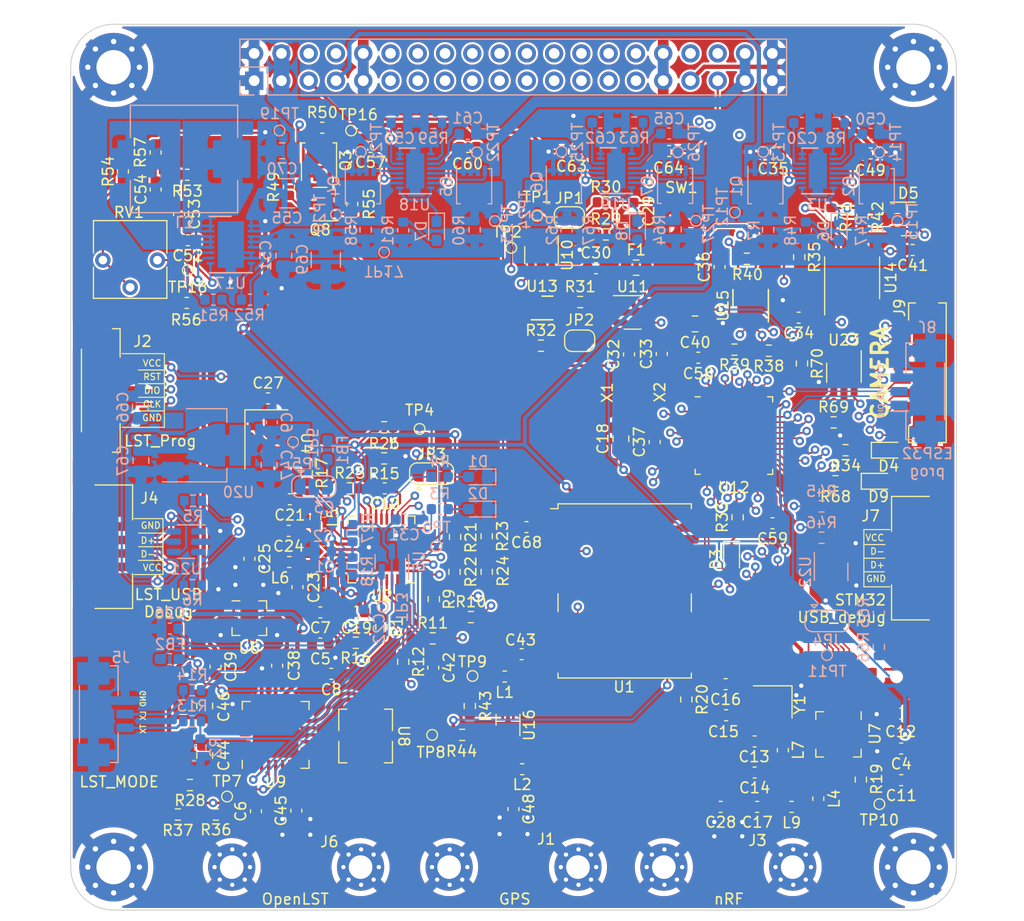
<source format=kicad_pcb>
(kicad_pcb (version 20211014) (generator pcbnew)

  (general
    (thickness 4.69)
  )

  (paper "A4")
  (layers
    (0 "F.Cu" signal)
    (1 "In1.Cu" signal)
    (2 "In2.Cu" signal)
    (31 "B.Cu" signal)
    (32 "B.Adhes" user "B.Adhesive")
    (33 "F.Adhes" user "F.Adhesive")
    (34 "B.Paste" user)
    (35 "F.Paste" user)
    (36 "B.SilkS" user "B.Silkscreen")
    (37 "F.SilkS" user "F.Silkscreen")
    (38 "B.Mask" user)
    (39 "F.Mask" user)
    (40 "Dwgs.User" user "User.Drawings")
    (41 "Cmts.User" user "User.Comments")
    (42 "Eco1.User" user "User.Eco1")
    (43 "Eco2.User" user "User.Eco2")
    (44 "Edge.Cuts" user)
    (45 "Margin" user)
    (46 "B.CrtYd" user "B.Courtyard")
    (47 "F.CrtYd" user "F.Courtyard")
    (48 "B.Fab" user)
    (49 "F.Fab" user)
    (50 "User.1" user)
    (51 "User.2" user)
    (52 "User.3" user)
    (53 "User.4" user)
    (54 "User.5" user)
    (55 "User.6" user)
    (56 "User.7" user)
    (57 "User.8" user)
    (58 "User.9" user)
  )

  (setup
    (stackup
      (layer "F.SilkS" (type "Top Silk Screen"))
      (layer "F.Paste" (type "Top Solder Paste"))
      (layer "F.Mask" (type "Top Solder Mask") (thickness 0.01))
      (layer "F.Cu" (type "copper") (thickness 0.035))
      (layer "dielectric 1" (type "core") (thickness 1.51) (material "FR4") (epsilon_r 4.5) (loss_tangent 0.02))
      (layer "In1.Cu" (type "copper") (thickness 0.035))
      (layer "dielectric 2" (type "prepreg") (thickness 1.51) (material "FR4") (epsilon_r 4.5) (loss_tangent 0.02))
      (layer "In2.Cu" (type "copper") (thickness 0.035))
      (layer "dielectric 3" (type "core") (thickness 1.51) (material "FR4") (epsilon_r 4.5) (loss_tangent 0.02))
      (layer "B.Cu" (type "copper") (thickness 0.035))
      (layer "B.Mask" (type "Bottom Solder Mask") (thickness 0.01))
      (layer "B.Paste" (type "Bottom Solder Paste"))
      (layer "B.SilkS" (type "Bottom Silk Screen"))
      (copper_finish "None")
      (dielectric_constraints no)
    )
    (pad_to_mask_clearance 0)
    (pcbplotparams
      (layerselection 0x00010fc_ffffffff)
      (disableapertmacros false)
      (usegerberextensions false)
      (usegerberattributes true)
      (usegerberadvancedattributes true)
      (creategerberjobfile true)
      (svguseinch false)
      (svgprecision 6)
      (excludeedgelayer true)
      (plotframeref false)
      (viasonmask false)
      (mode 1)
      (useauxorigin false)
      (hpglpennumber 1)
      (hpglpenspeed 20)
      (hpglpendiameter 15.000000)
      (dxfpolygonmode true)
      (dxfimperialunits true)
      (dxfusepcbnewfont true)
      (psnegative false)
      (psa4output false)
      (plotreference true)
      (plotvalue true)
      (plotinvisibletext false)
      (sketchpadsonfab false)
      (subtractmaskfromsilk false)
      (outputformat 1)
      (mirror false)
      (drillshape 1)
      (scaleselection 1)
      (outputdirectory "")
    )
  )

  (net 0 "")
  (net 1 "Net-(C1-Pad1)")
  (net 2 "GND")
  (net 3 "+3V3")
  (net 4 "/OpenLST (Beacon)/PA_VAPC")
  (net 5 "+3V8")
  (net 6 "/OpenLST (Beacon)/VDD_USB_LST")
  (net 7 "Net-(C12-Pad1)")
  (net 8 "Net-(C13-Pad2)")
  (net 9 "Net-(C15-Pad1)")
  (net 10 "Net-(C16-Pad1)")
  (net 11 "Net-(C17-Pad1)")
  (net 12 "Net-(C17-Pad2)")
  (net 13 "/MCU/MCU_POWER")
  (net 14 "Net-(C19-Pad1)")
  (net 15 "/3V3 power share/VCC_EN")
  (net 16 "Net-(C21-Pad2)")
  (net 17 "Net-(C22-Pad1)")
  (net 18 "Net-(C23-Pad2)")
  (net 19 "Net-(C24-Pad1)")
  (net 20 "Net-(C24-Pad2)")
  (net 21 "Net-(C25-Pad2)")
  (net 22 "Net-(C26-Pad1)")
  (net 23 "Net-(C29-Pad1)")
  (net 24 "/3V3 power share/EPS#1")
  (net 25 "Net-(C35-Pad2)")
  (net 26 "Net-(C38-Pad1)")
  (net 27 "Net-(C38-Pad2)")
  (net 28 "Net-(C39-Pad1)")
  (net 29 "Net-(C39-Pad2)")
  (net 30 "/MCU/VREF")
  (net 31 "Net-(C42-Pad1)")
  (net 32 "Net-(C43-Pad1)")
  (net 33 "Net-(C43-Pad2)")
  (net 34 "Net-(C45-Pad1)")
  (net 35 "Net-(C45-Pad2)")
  (net 36 "Net-(C48-Pad1)")
  (net 37 "Net-(C48-Pad2)")
  (net 38 "Net-(C49-Pad1)")
  (net 39 "/3V3 power share/EPS#2")
  (net 40 "Net-(C50-Pad1)")
  (net 41 "VIN")
  (net 42 "Net-(C52-Pad1)")
  (net 43 "Net-(C52-Pad2)")
  (net 44 "Net-(C53-Pad1)")
  (net 45 "Net-(C54-Pad1)")
  (net 46 "/Power Convertor/VBAT1/VCC_EN")
  (net 47 "/Power Convertor/EPS#1_VBAT")
  (net 48 "Net-(C57-Pad2)")
  (net 49 "Net-(C60-Pad1)")
  (net 50 "/Power Convertor/EPS#2_VBAT")
  (net 51 "Net-(C61-Pad1)")
  (net 52 "/5V power share/VCC_EN")
  (net 53 "/5V power share/EPS#1")
  (net 54 "Net-(C63-Pad2)")
  (net 55 "Net-(C64-Pad1)")
  (net 56 "/5V power share/EPS#2")
  (net 57 "Net-(C65-Pad1)")
  (net 58 "/OpenLST (Beacon)/USB_POWER_LST")
  (net 59 "Net-(D1-Pad2)")
  (net 60 "Net-(D2-Pad2)")
  (net 61 "Net-(D3-Pad1)")
  (net 62 "Net-(D4-Pad1)")
  (net 63 "/MCU/CAN_L")
  (net 64 "/MCU/CAN_H")
  (net 65 "Net-(D6-Pad1)")
  (net 66 "Net-(D6-Pad2)")
  (net 67 "Net-(D7-Pad1)")
  (net 68 "Net-(D7-Pad2)")
  (net 69 "Net-(D8-Pad1)")
  (net 70 "Net-(D8-Pad2)")
  (net 71 "Net-(D9-Pad1)")
  (net 72 "Net-(F1-Pad2)")
  (net 73 "Net-(FB1-Pad1)")
  (net 74 "/OpenLST (Beacon)/PROG_DD")
  (net 75 "/OpenLST (Beacon)/PROG_DC")
  (net 76 "/OpenLST (Beacon)/~{LST_RESET}")
  (net 77 "/MCU/USB_POWER")
  (net 78 "/MCU/SWCLK")
  (net 79 "/MCU/SWDIO")
  (net 80 "/MCU/QSPI_D1{slash}CAM_CSN")
  (net 81 "/MCU/QSPI_D2{slash}CAM_MOSI")
  (net 82 "/MCU/QSPI_D3{slash}CAM_MISO")
  (net 83 "/MCU/LED1_QSPI")
  (net 84 "+5V")
  (net 85 "/I2C_SDA")
  (net 86 "/I2C_SCL")
  (net 87 "unconnected-(J12-Pad6)")
  (net 88 "unconnected-(J12-Pad8)")
  (net 89 "unconnected-(J12-Pad11)")
  (net 90 "unconnected-(J12-Pad12)")
  (net 91 "unconnected-(J12-Pad13)")
  (net 92 "unconnected-(J12-Pad14)")
  (net 93 "unconnected-(J12-Pad15)")
  (net 94 "unconnected-(J12-Pad16)")
  (net 95 "unconnected-(J12-Pad17)")
  (net 96 "unconnected-(J12-Pad18)")
  (net 97 "/MCU/RS_485_~{B}")
  (net 98 "/MCU/RS_485_A")
  (net 99 "unconnected-(J12-Pad23)")
  (net 100 "unconnected-(J12-Pad24)")
  (net 101 "/MCU/LED1_CAM")
  (net 102 "/MCU/QSPI_SCK")
  (net 103 "/MCU/QSPI_NCS")
  (net 104 "unconnected-(J12-Pad34)")
  (net 105 "unconnected-(J12-Pad36)")
  (net 106 "Net-(JP1-Pad1)")
  (net 107 "/MCU/NRST")
  (net 108 "Net-(JP2-Pad1)")
  (net 109 "Net-(JP2-Pad2)")
  (net 110 "/OpenLST (Beacon)/RF_EN")
  (net 111 "/OpenLST (Beacon)/RF_EN_MCU")
  (net 112 "/OpenLST (Beacon)/RF_PWR_EN")
  (net 113 "Net-(JP4-Pad3)")
  (net 114 "/MCU/VDD_USB")
  (net 115 "Net-(L3-Pad1)")
  (net 116 "Net-(L3-Pad2)")
  (net 117 "Net-(L4-Pad1)")
  (net 118 "Net-(L4-Pad2)")
  (net 119 "Net-(Q1-Pad5)")
  (net 120 "Net-(Q1-Pad4)")
  (net 121 "Net-(Q2-Pad4)")
  (net 122 "Net-(Q2-Pad5)")
  (net 123 "Net-(Q3-Pad4)")
  (net 124 "Net-(Q3-Pad5)")
  (net 125 "Net-(Q4-Pad5)")
  (net 126 "Net-(Q4-Pad4)")
  (net 127 "Net-(Q5-Pad4)")
  (net 128 "Net-(Q5-Pad5)")
  (net 129 "Net-(Q6-Pad5)")
  (net 130 "Net-(Q6-Pad4)")
  (net 131 "Net-(Q7-Pad4)")
  (net 132 "Net-(Q7-Pad5)")
  (net 133 "/OpenLST (Beacon)/~{LST_RX_MODE}")
  (net 134 "/OpenLST (Beacon)/LST_TX_MODE")
  (net 135 "Net-(R3-Pad2)")
  (net 136 "Net-(R4-Pad2)")
  (net 137 "Net-(R5-Pad1)")
  (net 138 "/OpenLST (Beacon)/USB_N")
  (net 139 "/OpenLST (Beacon)/USB_P")
  (net 140 "Net-(R6-Pad2)")
  (net 141 "Net-(R8-Pad2)")
  (net 142 "Net-(R9-Pad1)")
  (net 143 "/OpenLST (Beacon)/UART0_CTS")
  (net 144 "Net-(R10-Pad1)")
  (net 145 "/OpenLST (Beacon)/UART0_RTS")
  (net 146 "Net-(R11-Pad1)")
  (net 147 "/OpenLST (Beacon)/UART0_RX")
  (net 148 "Net-(R12-Pad1)")
  (net 149 "/OpenLST (Beacon)/UART0_TX")
  (net 150 "Net-(R15-Pad2)")
  (net 151 "Net-(R16-Pad2)")
  (net 152 "Net-(R17-Pad1)")
  (net 153 "Net-(R17-Pad2)")
  (net 154 "Net-(R19-Pad2)")
  (net 155 "/OpenLST (Beacon)/AN0")
  (net 156 "/OpenLST (Beacon)/AN1")
  (net 157 "Net-(R25-Pad2)")
  (net 158 "/OpenLST (Beacon)/RF_BYP")
  (net 159 "Net-(R32-Pad1)")
  (net 160 "/MCU/LED2")
  (net 161 "/MCU/CAN_RS")
  (net 162 "/MCU/RS_485_R_EN")
  (net 163 "/MCU/RS_485_T_EN")
  (net 164 "Net-(R43-Pad2)")
  (net 165 "Net-(R44-Pad1)")
  (net 166 "Net-(R44-Pad2)")
  (net 167 "Net-(R45-Pad1)")
  (net 168 "/MCU/USB_N")
  (net 169 "/MCU/USB_P")
  (net 170 "Net-(R46-Pad2)")
  (net 171 "Net-(R51-Pad2)")
  (net 172 "Net-(R52-Pad1)")
  (net 173 "Net-(R54-Pad2)")
  (net 174 "Net-(R59-Pad2)")
  (net 175 "Net-(R63-Pad2)")
  (net 176 "unconnected-(U1-Pad1)")
  (net 177 "unconnected-(U1-Pad3)")
  (net 178 "/GPS Module/IRQ")
  (net 179 "unconnected-(U1-Pad5)")
  (net 180 "unconnected-(U1-Pad6)")
  (net 181 "/GPS Module/RESET")
  (net 182 "unconnected-(U1-Pad15)")
  (net 183 "unconnected-(U1-Pad16)")
  (net 184 "unconnected-(U1-Pad17)")
  (net 185 "/GPS Module/TXD")
  (net 186 "/GPS Module/RXD")
  (net 187 "unconnected-(U2-Pad8)")
  (net 188 "unconnected-(U2-Pad18)")
  (net 189 "unconnected-(U2-Pad20)")
  (net 190 "/MCU/NRF_CE")
  (net 191 "/MCU/NRF_SPI_CSN")
  (net 192 "/MCU/NRF_SPI_SCK")
  (net 193 "/MCU/NRF_SPI_MOSI")
  (net 194 "/MCU/NRF_SPI_MISO")
  (net 195 "/MCU/NRF_IRQ")
  (net 196 "Net-(U8-Pad2)")
  (net 197 "Net-(U8-Pad6)")
  (net 198 "unconnected-(U9-Pad14)")
  (net 199 "unconnected-(U9-Pad16)")
  (net 200 "unconnected-(U9-Pad25)")
  (net 201 "unconnected-(U10-Pad3)")
  (net 202 "/MCU/WDG_RESET")
  (net 203 "unconnected-(U11-Pad3)")
  (net 204 "unconnected-(U12-Pad1)")
  (net 205 "/MCU/LSE")
  (net 206 "/MCU/HSE")
  (net 207 "/MCU/CAN_RX")
  (net 208 "/MCU/CAN_TX")
  (net 209 "unconnected-(U13-Pad3)")
  (net 210 "/MCU/RS_485_R")
  (net 211 "/MCU/RS_485_T")
  (net 212 "unconnected-(U15-Pad7)")
  (net 213 "unconnected-(X1-Pad1)")
  (net 214 "unconnected-(U6-Pad4)")
  (net 215 "/camera/CAM_VCC")
  (net 216 "Net-(R70-Pad1)")
  (net 217 "Net-(J4-Pad2)")
  (net 218 "Net-(J4-Pad3)")
  (net 219 "Net-(J5-Pad1)")
  (net 220 "Net-(J5-Pad2)")
  (net 221 "Net-(U22-Pad4)")
  (net 222 "Net-(U22-Pad6)")

  (footprint "Capacitor_SMD:C_0805_2012Metric_Pad1.18x1.45mm_HandSolder" (layer "F.Cu") (at 143.1544 71.9044))

  (footprint "TCY_Buttons:KMT031NGJLHS" (layer "F.Cu") (at 141.8844 61.5881))

  (footprint "Resistor_SMD:R_0603_1608Metric" (layer "F.Cu") (at 98.5276 117.602))

  (footprint "Resistor_SMD:R_0603_1608Metric" (layer "F.Cu") (at 158.75 61.9252 -90))

  (footprint "Package_DFN_QFN:QFN-20-1EP_4x4mm_P0.5mm_EP2.5x2.5mm" (layer "F.Cu") (at 156.5148 110.1344 -90))

  (footprint "MountingHole:MountingHole_3.2mm_M3_Pad_Via" (layer "F.Cu") (at 163.5 122.5))

  (footprint "Resistor_SMD:R_0603_1608Metric" (layer "F.Cu") (at 120.8024 91.7448 90))

  (footprint "Capacitor_SMD:C_0603_1608Metric" (layer "F.Cu") (at 98.4905 103.8352 -90))

  (footprint "Resistor_SMD:R_0603_1608Metric" (layer "F.Cu") (at 147.9804 65.8368 180))

  (footprint "Inductor_SMD:L_0603_1608Metric" (layer "F.Cu") (at 107.7976 89.9668 -90))

  (footprint "Resistor_SMD:R_0603_1608Metric" (layer "F.Cu") (at 121.4628 110.1852))

  (footprint "MountingHole:MountingHole_3.2mm_M3_Pad_Via" (layer "F.Cu") (at 89 48))

  (footprint "Capacitor_SMD:C_0603_1608Metric" (layer "F.Cu") (at 105.41 88.2396))

  (footprint "TCY_Connector:Amphenol 10114830-11104LF 1x04 Vertical" (layer "F.Cu") (at 88.265 92.6592 -90))

  (footprint "Capacitor_SMD:C_0603_1608Metric" (layer "F.Cu") (at 127.4572 90.8304 180))

  (footprint "Capacitor_SMD:C_0603_1608Metric" (layer "F.Cu") (at 152.8064 71.3232 180))

  (footprint "Resistor_SMD:R_0603_1608Metric" (layer "F.Cu") (at 153.1112 75.5904 -90))

  (footprint "Capacitor_SMD:C_0603_1608Metric" (layer "F.Cu") (at 114.2492 87.2236 180))

  (footprint "Inductor_SMD:L_0603_1608Metric" (layer "F.Cu") (at 127.0508 113.3856))

  (footprint "RF_GPS:ublox_NEO" (layer "F.Cu") (at 136.6012 96.774))

  (footprint "Package_TO_SOT_SMD:SOT-23-6_Handsoldering" (layer "F.Cu") (at 157.0228 76.454 -90))

  (footprint "Capacitor_SMD:C_0603_1608Metric" (layer "F.Cu") (at 108.2548 98.7792 180))

  (footprint "Inductor_SMD:L_0603_1608Metric" (layer "F.Cu") (at 105.3344 59.1454 90))

  (footprint "Resistor_SMD:R_0603_1608Metric" (layer "F.Cu") (at 158.5976 114.3508 90))

  (footprint "Jumper:SolderJumper-2_P1.3mm_Open_RoundedPad1.0x1.5mm" (layer "F.Cu") (at 132.4108 73.4753 180))

  (footprint "Capacitor_SMD:C_0603_1608Metric" (layer "F.Cu") (at 118.7704 103.9238 90))

  (footprint "Jumper:SolderJumper-2_P1.3mm_Open_RoundedPad1.0x1.5mm" (layer "F.Cu") (at 131.4456 61.9945))

  (footprint "Inductor_SMD:L_0603_1608Metric" (layer "F.Cu") (at 95.8596 58.0136))

  (footprint "Capacitor_SMD:C_0603_1608Metric" (layer "F.Cu") (at 133.9218 66.7189))

  (footprint "Capacitor_SMD:C_0603_1608Metric" (layer "F.Cu") (at 127 102.6668 180))

  (footprint "Capacitor_SMD:C_0603_1608Metric" (layer "F.Cu") (at 148.7046 113.6904))

  (footprint "MountingHole:MountingHole_3.2mm_M3_Pad_Via" (layer "F.Cu") (at 163.5 48))

  (footprint "Resistor_SMD:R_0603_1608Metric" (layer "F.Cu") (at 111.5568 101.6 180))

  (footprint "Resistor_SMD:R_0603_1608Metric" (layer "F.Cu") (at 118.8212 97.536 -90))

  (footprint "Resistor_SMD:R_0603_1608Metric" (layer "F.Cu") (at 134.8492 60.5721))

  (footprint "Resistor_SMD:R_0603_1608Metric" (layer "F.Cu") (at 157.1752 83.6676 180))

  (footprint "Capacitor_SMD:C_0603_1608Metric" (layer "F.Cu") (at 122.0216 55.4228))

  (footprint "TCY_Connector:TestPoint_Pad_D0.5mm" (layer "F.Cu") (at 122.428 104.6988))

  (footprint "Resistor_SMD:R_0603_1608Metric" (layer "F.Cu") (at 123.7488 94.996 90))

  (footprint "Resistor_SMD:R_0603_1608Metric" (layer "F.Cu") (at 115.9764 103.378 -90))

  (footprint "Capacitor_SMD:C_0603_1608Metric" (layer "F.Cu") (at 139.3952 82.9056 90))

  (footprint "Resistor_SMD:R_0603_1608Metric" (layer "F.Cu") (at 110.998 87.2236))

  (footprint "Resistor_SMD:R_0603_1608Metric" (layer "F.Cu") (at 113.9444 100.1268 90))

  (footprint "footprints:iPEX" (layer "F.Cu") (at 146.25 122.5 180))

  (footprint "Capacitor_SMD:C_0603_1608Metric" (layer "F.Cu") (at 145.542 116.8908 180))

  (footprint "Capacitor_SMD:C_0603_1608Metric" (layer "F.Cu") (at 162.3568 114.4016 180))

  (footprint "Capacitor_SMD:C_0603_1608Metric" (layer "F.Cu") (at 112.9284 55.4228))

  (footprint "Inductor_SMD:L_0603_1608Metric" (layer "F.Cu") (at 151.3332 111.6076 -90))

  (footprint "Capacitor_SMD:C_0603_1608Metric" (layer "F.Cu") (at 137.414 61.3849 -90))

  (footprint "Capacitor_SMD:C_0603_1608Metric" (layer "F.Cu") (at 159.517223 56.0263))

  (footprint "Resistor_SMD:R_0603_1608Metric" (layer "F.Cu") (at 142.3416 106.8832 90))

  (footprint "Resistor_SMD:R_0603_1608Metric" (layer "F.Cu") (at 120.7516 94.996 90))

  (footprint "footprints:iPEX" (layer "F.Cu") (at 106 122.5 180))

  (footprint "Capacitor_SMD:C_0603_1608Metric" (layer "F.Cu") (at 105.3084 91.186 180))

  (footprint "TCY_Connector:TestPoint_Pad_D0.5mm" (layer "F.Cu") (at 117.5004 81.6864))

  (footprint "Package_DFN_QFN:DFN-10-1EP_3x3mm_P0.5mm_EP1.55x2.48mm" (layer "F.Cu")
    (tedit 5EA4BECA) (tstamp 64263d5c-9427-4c92-a73a-afe8e63e20fb)
    (at 148.336 70.2056 90)
    (descr "10-Lead Plastic Dual Flat, No Lead Package (MF) - 3x3x0.9 mm Body [DFN] (see Microchip Packaging Specification 00000049BS.pdf)")
    (tags "DFN 0.5")
    (property "Sheetfile" "mcu_comm.kicad_sch")
    (property "Sheetname" "MCU")
    (path "/81a5172c-b171-400d-8856-41d6e486bdd1/a66e8b44-b972-4f7b-ba80-f64e58de1944")
    (attr smd)
    (fp_text reference "U15" (at 0 -2.575 90) (layer "F.SilkS")
      (effects (font (size 1 1) (thickness 0.15)))
      (tstamp af58d6aa-33e4-4da2-8ea3-2304125e31c0)
    )
    (fp_text value "MAX13430ETB+" (at 0 2.575 90) (layer "F.Fab")
      (effects (font (size 1 1) (thickness 0.15)))
      (tstamp 94937ca0-c1d9-424d-88cf-010fb503f8a5)
    )
    (fp_text user "${REFERENCE}" (at 0 0 90) (layer "F.Fab")
      (effects (font (size 0.7 0.7) (thickness 0.105)))
      (tstamp 67a55320-79e2-4952-9d6a-671cbdcfc9f7)
    )
    (fp_line (start -1.5 1.65) (end 1.5 1.65) (layer "F.SilkS") (width 0.15) (tstamp 47b3834c-8a87-4af3-9143-c88b9cd89304))
    (fp_line (start 0 -1.65) (end 1.5 -1.65) (layer "F.SilkS") (width 0.15) (tstamp adc74667-5dec-4b95-9d35-ffc7db9ad260))
    (fp_line (start -2.15 -1.85) (end -2.15 1.85) (layer "F.CrtYd") (width 0.05) (tstamp 20c401b1-c1bb-42cd-8ef2-fd89663a6cf3))
    (fp_line (start -2.15 1.85) (end 2.15 1.85) (layer "F.CrtYd") (width 0.05) (tstamp a7098063-91db-4dae-8c97-631051e8de0e))
    (fp_line (start 2.15 -1.85) (end 2.15 1.85) (layer "F.CrtYd") (width 0.05) (tstamp d1594cc0-0357-4de5-8d76-bb3a044297b2))
    (fp_line (start -2.15 -1.85) (end 2.15 -1.85) (layer "F.CrtYd") (width 0.05) (tstamp d500cfb3-be5f-4c90-8432-d0e5e29eda2a))
    (fp_line (start -1.5 -0.5) (end -0.5 -1.5) (layer "F.Fab") (width 0.15) (tstamp 4013842c-f594-4f18-a07a-785be971cdaf))
    (fp_line (start -1.5 1.5) (end -1.5 -0.5) (layer "F.Fab") (width 0.15) (tstamp 68cc97a1-6c76-411f-a28b-36162918d55d))
    (fp_line (start 1.5 1.5) (end -1.5 1.5) (layer "F.Fab") (width 0.15) (tstamp 6a2b63d3-b52c-4af8-b72e-63fe811d3d24))
    (fp_line (start 1.5 -1.5) (end 1.5 1.5) (layer "F.Fab") (width 0.15) (tstamp b6b0b082-3ad5-486d-9247-7e4db31838ef))
    (fp_line (start -0.5 -1.5) (end 1.5 -1.5) (layer "F.Fab") (width 0.15) (tstamp c40a33aa-f777-4109-9efd-12123c039897))
    (pad "" smd rect locked (at 0.3875 0.62 90) (size 0.6 1.05) (layers "F.Paste") (tstamp 13432df8-5be2-422d-b431-13bedccbff4d))
    (pad "" smd rect locked (at -0.3875 -0.62 90) (size 0.6 1.05) (layers "F.Paste") (tstamp 4be9d67c-a6f3-435e-8133-0f53bd74a878))
    (pad "" smd rect locked (at -0.3875 0.62 90) (size 0.6 1.05) (layers "F.Paste") (tstamp 5d69c2f3-acbd-4c54-bda2-b7785c2010cf))
    (pad "" smd rect locked (at 0.3875 -0.62 90) (size 0.6 1.05) (layers "F.Paste") (tstam
... [3646603 chars truncated]
</source>
